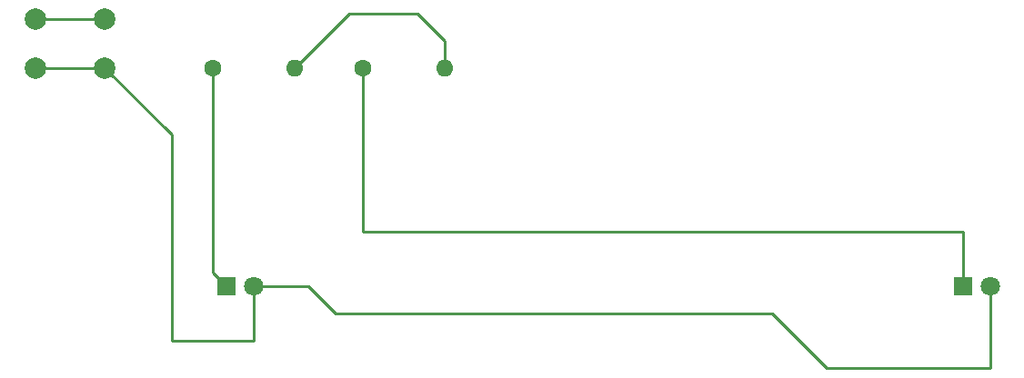
<source format=gbr>
%TF.GenerationSoftware,KiCad,Pcbnew,7.0.5-0*%
%TF.CreationDate,2025-06-01T12:15:49-04:00*%
%TF.ProjectId,Solder,536f6c64-6572-42e6-9b69-6361645f7063,rev?*%
%TF.SameCoordinates,Original*%
%TF.FileFunction,Copper,L1,Top*%
%TF.FilePolarity,Positive*%
%FSLAX46Y46*%
G04 Gerber Fmt 4.6, Leading zero omitted, Abs format (unit mm)*
G04 Created by KiCad (PCBNEW 7.0.5-0) date 2025-06-01 12:15:49*
%MOMM*%
%LPD*%
G01*
G04 APERTURE LIST*
%TA.AperFunction,ComponentPad*%
%ADD10C,2.000000*%
%TD*%
%TA.AperFunction,ComponentPad*%
%ADD11C,1.600000*%
%TD*%
%TA.AperFunction,ComponentPad*%
%ADD12O,1.600000X1.600000*%
%TD*%
%TA.AperFunction,ComponentPad*%
%ADD13R,1.800000X1.800000*%
%TD*%
%TA.AperFunction,ComponentPad*%
%ADD14C,1.800000*%
%TD*%
%TA.AperFunction,Conductor*%
%ADD15C,0.250000*%
%TD*%
G04 APERTURE END LIST*
D10*
%TO.P,SW1,2,2*%
%TO.N,Net-(D1-A)*%
X93980000Y-104140000D03*
X100480000Y-104140000D03*
%TO.P,SW1,1,1*%
%TO.N,Net-(BT1-+)*%
X93980000Y-99640000D03*
X100480000Y-99640000D03*
%TD*%
D11*
%TO.P,R2,1*%
%TO.N,Net-(D2-K)*%
X124460000Y-104140000D03*
D12*
%TO.P,R2,2*%
%TO.N,Net-(BT1--)*%
X132080000Y-104140000D03*
%TD*%
D11*
%TO.P,R1,1*%
%TO.N,Net-(D1-K)*%
X110490000Y-104140000D03*
D12*
%TO.P,R1,2*%
%TO.N,Net-(BT1--)*%
X118110000Y-104140000D03*
%TD*%
D13*
%TO.P,D2,1,K*%
%TO.N,Net-(D2-K)*%
X180340000Y-124460000D03*
D14*
%TO.P,D2,2,A*%
%TO.N,Net-(D1-A)*%
X182880000Y-124460000D03*
%TD*%
%TO.P,D1,2,A*%
%TO.N,Net-(D1-A)*%
X114300000Y-124460000D03*
D13*
%TO.P,D1,1,K*%
%TO.N,Net-(D1-K)*%
X111760000Y-124460000D03*
%TD*%
D15*
%TO.N,Net-(BT1-+)*%
X93980000Y-99640000D02*
X100480000Y-99640000D01*
%TO.N,Net-(D1-A)*%
X100480000Y-104140000D02*
X93980000Y-104140000D01*
X114300000Y-129540000D02*
X106680000Y-129540000D01*
X106680000Y-129540000D02*
X106680000Y-110340000D01*
X114300000Y-124460000D02*
X114300000Y-129540000D01*
X106680000Y-110340000D02*
X100480000Y-104140000D01*
X182880000Y-124460000D02*
X182880000Y-132080000D01*
X182880000Y-132080000D02*
X167640000Y-132080000D01*
X167640000Y-132080000D02*
X162560000Y-127000000D01*
X162560000Y-127000000D02*
X121920000Y-127000000D01*
X121920000Y-127000000D02*
X119380000Y-124460000D01*
X119380000Y-124460000D02*
X114300000Y-124460000D01*
%TO.N,Net-(D2-K)*%
X124460000Y-119380000D02*
X180340000Y-119380000D01*
X124460000Y-104140000D02*
X124460000Y-119380000D01*
X180340000Y-119380000D02*
X180340000Y-124460000D01*
%TO.N,Net-(BT1--)*%
X123190000Y-99060000D02*
X129540000Y-99060000D01*
X118110000Y-104140000D02*
X123190000Y-99060000D01*
X129540000Y-99060000D02*
X132080000Y-101600000D01*
X132080000Y-101600000D02*
X132080000Y-104140000D01*
%TO.N,Net-(D1-K)*%
X110490000Y-104140000D02*
X110490000Y-123190000D01*
X110490000Y-123190000D02*
X111760000Y-124460000D01*
%TD*%
M02*

</source>
